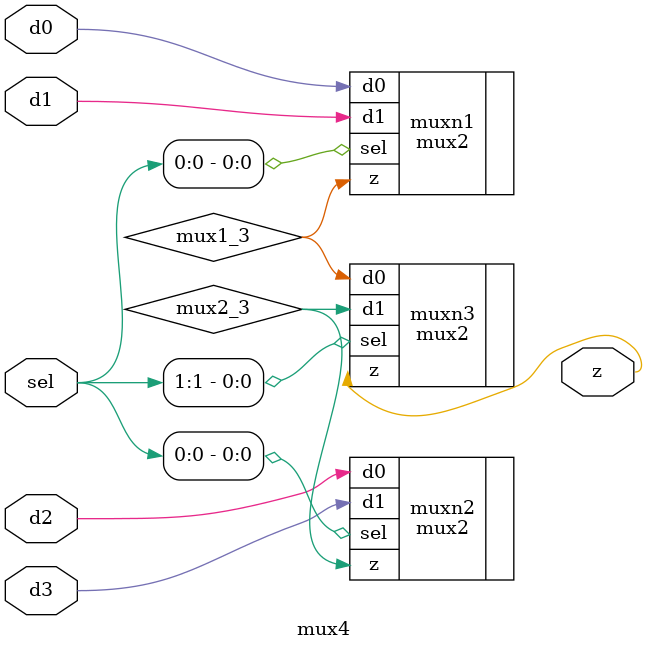
<source format=sv>
module mux4 (
    input logic d0,          // Data input 0
    input logic d1,          // Data input 1
    input logic d2,          // Data input 2
    input logic d3,          // Data input 3
    input logic [1:0] sel,   // Select input
    output logic z           // Output
);

// Put your code here
// ------------------
logic mux1_3;
logic mux2_3;
mux2 #() muxn1(
        .d0(d0),
        .d1(d1),
        .sel(sel[0]),
        .z(mux1_3));

    mux2 #() muxn2(
        .d0(d2),
        .d1(d3),
        .sel(sel[0]),
        .z(mux2_3)
    );


 mux2 #() muxn3(
        .d0(mux1_3),
        .d1(mux2_3),
        .sel(sel[1]),
        .z(z)
    );
// End of your code

endmodule

</source>
